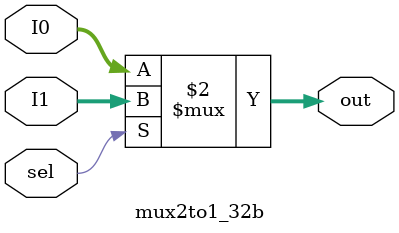
<source format=v>
module mux2to1_32b ( input [31:0] I0, I1, input sel,output [31:0] out);    
    assign out = (sel == 1'b1) ? I1 : I0;
endmodule
    

</source>
